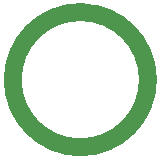
<source format=gbr>
G04 (created by PCBNEW (2013-08-24 BZR 4298)-stable) date Sat 28 Sep 2013 08:27:33 PM PDT*
%MOIN*%
G04 Gerber Fmt 3.4, Leading zero omitted, Abs format*
%FSLAX34Y34*%
G01*
G70*
G90*
G04 APERTURE LIST*
%ADD10C,0.005906*%
%ADD11C,0.059055*%
G04 APERTURE END LIST*
G54D10*
G54D11*
X41625Y-39370D02*
G75*
G03X41625Y-39370I-2254J0D01*
G74*
G01*
M02*

</source>
